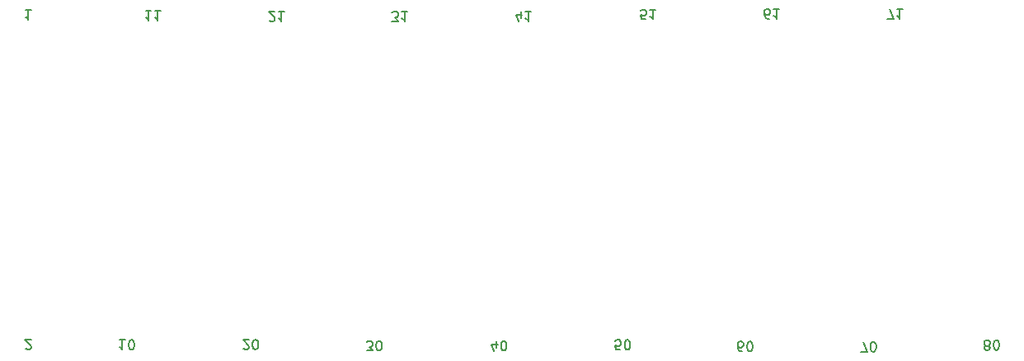
<source format=gbr>
%TF.GenerationSoftware,KiCad,Pcbnew,6.0.4-6f826c9f35~116~ubuntu20.04.1*%
%TF.CreationDate,2022-04-13T10:42:55+07:00*%
%TF.ProjectId,BTB2Header,42544232-4865-4616-9465-722e6b696361,rev?*%
%TF.SameCoordinates,Original*%
%TF.FileFunction,Legend,Bot*%
%TF.FilePolarity,Positive*%
%FSLAX46Y46*%
G04 Gerber Fmt 4.6, Leading zero omitted, Abs format (unit mm)*
G04 Created by KiCad (PCBNEW 6.0.4-6f826c9f35~116~ubuntu20.04.1) date 2022-04-13 10:42:55*
%MOMM*%
%LPD*%
G01*
G04 APERTURE LIST*
%ADD10C,0.150000*%
G04 APERTURE END LIST*
D10*
X135321704Y-125312419D02*
X134845514Y-125312419D01*
X134797895Y-124836228D01*
X134845514Y-124883847D01*
X134940752Y-124931466D01*
X135178847Y-124931466D01*
X135274085Y-124883847D01*
X135321704Y-124836228D01*
X135369323Y-124740990D01*
X135369323Y-124502895D01*
X135321704Y-124407657D01*
X135274085Y-124360038D01*
X135178847Y-124312419D01*
X134940752Y-124312419D01*
X134845514Y-124360038D01*
X134797895Y-124407657D01*
X135988371Y-125312419D02*
X136083609Y-125312419D01*
X136178847Y-125264800D01*
X136226466Y-125217180D01*
X136274085Y-125121942D01*
X136321704Y-124931466D01*
X136321704Y-124693371D01*
X136274085Y-124502895D01*
X136226466Y-124407657D01*
X136178847Y-124360038D01*
X136083609Y-124312419D01*
X135988371Y-124312419D01*
X135893133Y-124360038D01*
X135845514Y-124407657D01*
X135797895Y-124502895D01*
X135750276Y-124693371D01*
X135750276Y-124931466D01*
X135797895Y-125121942D01*
X135845514Y-125217180D01*
X135893133Y-125264800D01*
X135988371Y-125312419D01*
X84442323Y-124312419D02*
X83870895Y-124312419D01*
X84156609Y-124312419D02*
X84156609Y-125312419D01*
X84061371Y-125169561D01*
X83966133Y-125074323D01*
X83870895Y-125026704D01*
X85061371Y-125312419D02*
X85156609Y-125312419D01*
X85251847Y-125264800D01*
X85299466Y-125217180D01*
X85347085Y-125121942D01*
X85394704Y-124931466D01*
X85394704Y-124693371D01*
X85347085Y-124502895D01*
X85299466Y-124407657D01*
X85251847Y-124360038D01*
X85156609Y-124312419D01*
X85061371Y-124312419D01*
X84966133Y-124360038D01*
X84918514Y-124407657D01*
X84870895Y-124502895D01*
X84823276Y-124693371D01*
X84823276Y-124931466D01*
X84870895Y-125121942D01*
X84918514Y-125217180D01*
X84966133Y-125264800D01*
X85061371Y-125312419D01*
X137937904Y-91378019D02*
X137461714Y-91378019D01*
X137414095Y-90901828D01*
X137461714Y-90949447D01*
X137556952Y-90997066D01*
X137795047Y-90997066D01*
X137890285Y-90949447D01*
X137937904Y-90901828D01*
X137985523Y-90806590D01*
X137985523Y-90568495D01*
X137937904Y-90473257D01*
X137890285Y-90425638D01*
X137795047Y-90378019D01*
X137556952Y-90378019D01*
X137461714Y-90425638D01*
X137414095Y-90473257D01*
X138937904Y-90378019D02*
X138366476Y-90378019D01*
X138652190Y-90378019D02*
X138652190Y-91378019D01*
X138556952Y-91235161D01*
X138461714Y-91139923D01*
X138366476Y-91092304D01*
X125088685Y-91247885D02*
X125088685Y-90581219D01*
X124850590Y-91628838D02*
X124612495Y-90914552D01*
X125231542Y-90914552D01*
X126136304Y-90581219D02*
X125564876Y-90581219D01*
X125850590Y-90581219D02*
X125850590Y-91581219D01*
X125755352Y-91438361D01*
X125660114Y-91343123D01*
X125564876Y-91295504D01*
X111864876Y-91581219D02*
X112483923Y-91581219D01*
X112150590Y-91200266D01*
X112293447Y-91200266D01*
X112388685Y-91152647D01*
X112436304Y-91105028D01*
X112483923Y-91009790D01*
X112483923Y-90771695D01*
X112436304Y-90676457D01*
X112388685Y-90628838D01*
X112293447Y-90581219D01*
X112007733Y-90581219D01*
X111912495Y-90628838D01*
X111864876Y-90676457D01*
X113436304Y-90581219D02*
X112864876Y-90581219D01*
X113150590Y-90581219D02*
X113150590Y-91581219D01*
X113055352Y-91438361D01*
X112960114Y-91343123D01*
X112864876Y-91295504D01*
X172885171Y-124909247D02*
X172789933Y-124956866D01*
X172742314Y-125004485D01*
X172694695Y-125099723D01*
X172694695Y-125147342D01*
X172742314Y-125242580D01*
X172789933Y-125290200D01*
X172885171Y-125337819D01*
X173075647Y-125337819D01*
X173170885Y-125290200D01*
X173218504Y-125242580D01*
X173266123Y-125147342D01*
X173266123Y-125099723D01*
X173218504Y-125004485D01*
X173170885Y-124956866D01*
X173075647Y-124909247D01*
X172885171Y-124909247D01*
X172789933Y-124861628D01*
X172742314Y-124814009D01*
X172694695Y-124718771D01*
X172694695Y-124528295D01*
X172742314Y-124433057D01*
X172789933Y-124385438D01*
X172885171Y-124337819D01*
X173075647Y-124337819D01*
X173170885Y-124385438D01*
X173218504Y-124433057D01*
X173266123Y-124528295D01*
X173266123Y-124718771D01*
X173218504Y-124814009D01*
X173170885Y-124861628D01*
X173075647Y-124909247D01*
X173885171Y-125337819D02*
X173980409Y-125337819D01*
X174075647Y-125290200D01*
X174123266Y-125242580D01*
X174170885Y-125147342D01*
X174218504Y-124956866D01*
X174218504Y-124718771D01*
X174170885Y-124528295D01*
X174123266Y-124433057D01*
X174075647Y-124385438D01*
X173980409Y-124337819D01*
X173885171Y-124337819D01*
X173789933Y-124385438D01*
X173742314Y-124433057D01*
X173694695Y-124528295D01*
X173647076Y-124718771D01*
X173647076Y-124956866D01*
X173694695Y-125147342D01*
X173742314Y-125242580D01*
X173789933Y-125290200D01*
X173885171Y-125337819D01*
X74237885Y-125191780D02*
X74285504Y-125239400D01*
X74380742Y-125287019D01*
X74618838Y-125287019D01*
X74714076Y-125239400D01*
X74761695Y-125191780D01*
X74809314Y-125096542D01*
X74809314Y-125001304D01*
X74761695Y-124858447D01*
X74190266Y-124287019D01*
X74809314Y-124287019D01*
X162715676Y-91327219D02*
X163382342Y-91327219D01*
X162953771Y-90327219D01*
X164287104Y-90327219D02*
X163715676Y-90327219D01*
X164001390Y-90327219D02*
X164001390Y-91327219D01*
X163906152Y-91184361D01*
X163810914Y-91089123D01*
X163715676Y-91041504D01*
X147847085Y-125464819D02*
X147656609Y-125464819D01*
X147561371Y-125417200D01*
X147513752Y-125369580D01*
X147418514Y-125226723D01*
X147370895Y-125036247D01*
X147370895Y-124655295D01*
X147418514Y-124560057D01*
X147466133Y-124512438D01*
X147561371Y-124464819D01*
X147751847Y-124464819D01*
X147847085Y-124512438D01*
X147894704Y-124560057D01*
X147942323Y-124655295D01*
X147942323Y-124893390D01*
X147894704Y-124988628D01*
X147847085Y-125036247D01*
X147751847Y-125083866D01*
X147561371Y-125083866D01*
X147466133Y-125036247D01*
X147418514Y-124988628D01*
X147370895Y-124893390D01*
X148561371Y-125464819D02*
X148656609Y-125464819D01*
X148751847Y-125417200D01*
X148799466Y-125369580D01*
X148847085Y-125274342D01*
X148894704Y-125083866D01*
X148894704Y-124845771D01*
X148847085Y-124655295D01*
X148799466Y-124560057D01*
X148751847Y-124512438D01*
X148656609Y-124464819D01*
X148561371Y-124464819D01*
X148466133Y-124512438D01*
X148418514Y-124560057D01*
X148370895Y-124655295D01*
X148323276Y-124845771D01*
X148323276Y-125083866D01*
X148370895Y-125274342D01*
X148418514Y-125369580D01*
X148466133Y-125417200D01*
X148561371Y-125464819D01*
X109248676Y-125414019D02*
X109867723Y-125414019D01*
X109534390Y-125033066D01*
X109677247Y-125033066D01*
X109772485Y-124985447D01*
X109820104Y-124937828D01*
X109867723Y-124842590D01*
X109867723Y-124604495D01*
X109820104Y-124509257D01*
X109772485Y-124461638D01*
X109677247Y-124414019D01*
X109391533Y-124414019D01*
X109296295Y-124461638D01*
X109248676Y-124509257D01*
X110486771Y-125414019D02*
X110582009Y-125414019D01*
X110677247Y-125366400D01*
X110724866Y-125318780D01*
X110772485Y-125223542D01*
X110820104Y-125033066D01*
X110820104Y-124794971D01*
X110772485Y-124604495D01*
X110724866Y-124509257D01*
X110677247Y-124461638D01*
X110582009Y-124414019D01*
X110486771Y-124414019D01*
X110391533Y-124461638D01*
X110343914Y-124509257D01*
X110296295Y-124604495D01*
X110248676Y-124794971D01*
X110248676Y-125033066D01*
X110296295Y-125223542D01*
X110343914Y-125318780D01*
X110391533Y-125366400D01*
X110486771Y-125414019D01*
X99263295Y-91485980D02*
X99310914Y-91533600D01*
X99406152Y-91581219D01*
X99644247Y-91581219D01*
X99739485Y-91533600D01*
X99787104Y-91485980D01*
X99834723Y-91390742D01*
X99834723Y-91295504D01*
X99787104Y-91152647D01*
X99215676Y-90581219D01*
X99834723Y-90581219D01*
X100787104Y-90581219D02*
X100215676Y-90581219D01*
X100501390Y-90581219D02*
X100501390Y-91581219D01*
X100406152Y-91438361D01*
X100310914Y-91343123D01*
X100215676Y-91295504D01*
X159997876Y-125515619D02*
X160664542Y-125515619D01*
X160235971Y-124515619D01*
X161235971Y-125515619D02*
X161331209Y-125515619D01*
X161426447Y-125468000D01*
X161474066Y-125420380D01*
X161521685Y-125325142D01*
X161569304Y-125134666D01*
X161569304Y-124896571D01*
X161521685Y-124706095D01*
X161474066Y-124610857D01*
X161426447Y-124563238D01*
X161331209Y-124515619D01*
X161235971Y-124515619D01*
X161140733Y-124563238D01*
X161093114Y-124610857D01*
X161045495Y-124706095D01*
X160997876Y-124896571D01*
X160997876Y-125134666D01*
X161045495Y-125325142D01*
X161093114Y-125420380D01*
X161140733Y-125468000D01*
X161235971Y-125515619D01*
X150590285Y-91327219D02*
X150399809Y-91327219D01*
X150304571Y-91279600D01*
X150256952Y-91231980D01*
X150161714Y-91089123D01*
X150114095Y-90898647D01*
X150114095Y-90517695D01*
X150161714Y-90422457D01*
X150209333Y-90374838D01*
X150304571Y-90327219D01*
X150495047Y-90327219D01*
X150590285Y-90374838D01*
X150637904Y-90422457D01*
X150685523Y-90517695D01*
X150685523Y-90755790D01*
X150637904Y-90851028D01*
X150590285Y-90898647D01*
X150495047Y-90946266D01*
X150304571Y-90946266D01*
X150209333Y-90898647D01*
X150161714Y-90851028D01*
X150114095Y-90755790D01*
X151637904Y-90327219D02*
X151066476Y-90327219D01*
X151352190Y-90327219D02*
X151352190Y-91327219D01*
X151256952Y-91184361D01*
X151161714Y-91089123D01*
X151066476Y-91041504D01*
X96596295Y-125191780D02*
X96643914Y-125239400D01*
X96739152Y-125287019D01*
X96977247Y-125287019D01*
X97072485Y-125239400D01*
X97120104Y-125191780D01*
X97167723Y-125096542D01*
X97167723Y-125001304D01*
X97120104Y-124858447D01*
X96548676Y-124287019D01*
X97167723Y-124287019D01*
X97786771Y-125287019D02*
X97882009Y-125287019D01*
X97977247Y-125239400D01*
X98024866Y-125191780D01*
X98072485Y-125096542D01*
X98120104Y-124906066D01*
X98120104Y-124667971D01*
X98072485Y-124477495D01*
X98024866Y-124382257D01*
X97977247Y-124334638D01*
X97882009Y-124287019D01*
X97786771Y-124287019D01*
X97691533Y-124334638D01*
X97643914Y-124382257D01*
X97596295Y-124477495D01*
X97548676Y-124667971D01*
X97548676Y-124906066D01*
X97596295Y-125096542D01*
X97643914Y-125191780D01*
X97691533Y-125239400D01*
X97786771Y-125287019D01*
X122574085Y-125080685D02*
X122574085Y-124414019D01*
X122335990Y-125461638D02*
X122097895Y-124747352D01*
X122716942Y-124747352D01*
X123288371Y-125414019D02*
X123383609Y-125414019D01*
X123478847Y-125366400D01*
X123526466Y-125318780D01*
X123574085Y-125223542D01*
X123621704Y-125033066D01*
X123621704Y-124794971D01*
X123574085Y-124604495D01*
X123526466Y-124509257D01*
X123478847Y-124461638D01*
X123383609Y-124414019D01*
X123288371Y-124414019D01*
X123193133Y-124461638D01*
X123145514Y-124509257D01*
X123097895Y-124604495D01*
X123050276Y-124794971D01*
X123050276Y-125033066D01*
X123097895Y-125223542D01*
X123145514Y-125318780D01*
X123193133Y-125366400D01*
X123288371Y-125414019D01*
X87134723Y-90479619D02*
X86563295Y-90479619D01*
X86849009Y-90479619D02*
X86849009Y-91479619D01*
X86753771Y-91336761D01*
X86658533Y-91241523D01*
X86563295Y-91193904D01*
X88087104Y-90479619D02*
X87515676Y-90479619D01*
X87801390Y-90479619D02*
X87801390Y-91479619D01*
X87706152Y-91336761D01*
X87610914Y-91241523D01*
X87515676Y-91193904D01*
X74809314Y-90428819D02*
X74237885Y-90428819D01*
X74523600Y-90428819D02*
X74523600Y-91428819D01*
X74428361Y-91285961D01*
X74333123Y-91190723D01*
X74237885Y-91143104D01*
M02*

</source>
